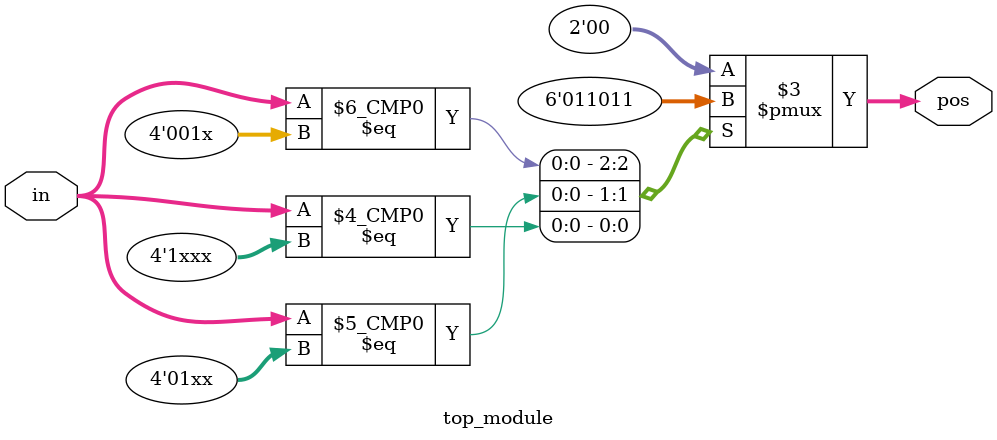
<source format=sv>
module top_module (
    input [3:0] in,
    output reg [1:0] pos
);

always @(*) begin
    case (in)
        4'b0001: pos = 2'b00;
        4'b001x: pos = 2'b01;
        4'b01xx: pos = 2'b10;
        4'b1xxx: pos = 2'b11;
        default: pos = 2'b00; // If all inputs are 0, output 0
    endcase
end

endmodule

</source>
